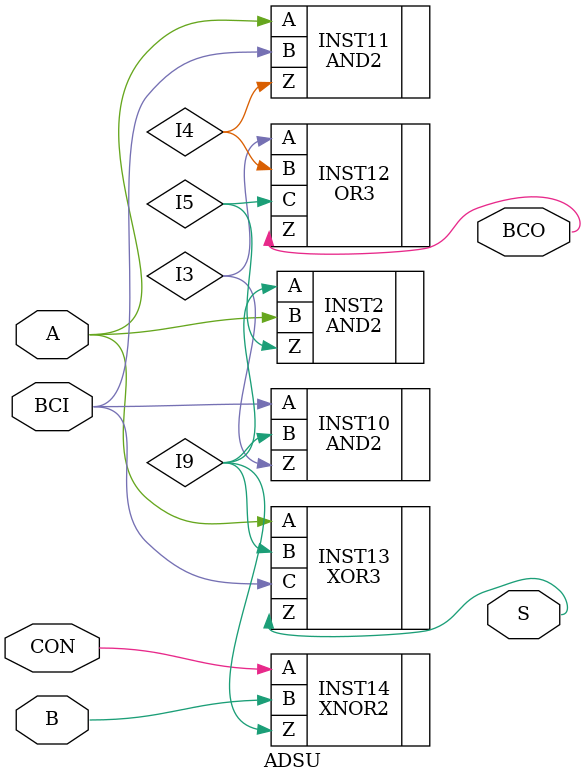
<source format=v>
`resetall
`timescale 1 ns / 100 ps

/* Created by DB2VERILOG Version 1.0.1.1 on Fri May 13 14:53:49 1994 */
/* module compiled from "lsl2db 3.6.4" run */

`celldefine
module ADSU (A, B, BCI, CON, BCO, S);
input  A, B, BCI, CON;
output BCO, S;
AND2 INST10 (.A(BCI), .B(I9), .Z(I3));
AND2 INST11 (.A(A), .B(BCI), .Z(I4));
OR3 INST12 (.A(I3), .B(I4), .C(I5), .Z(BCO));
XOR3 INST13 (.A(A), .B(I9), .C(BCI), .Z(S));
XNOR2 INST14 (.A(CON), .B(B), .Z(I9));
AND2 INST2 (.A(I9), .B(A), .Z(I5));

endmodule
`endcelldefine

</source>
